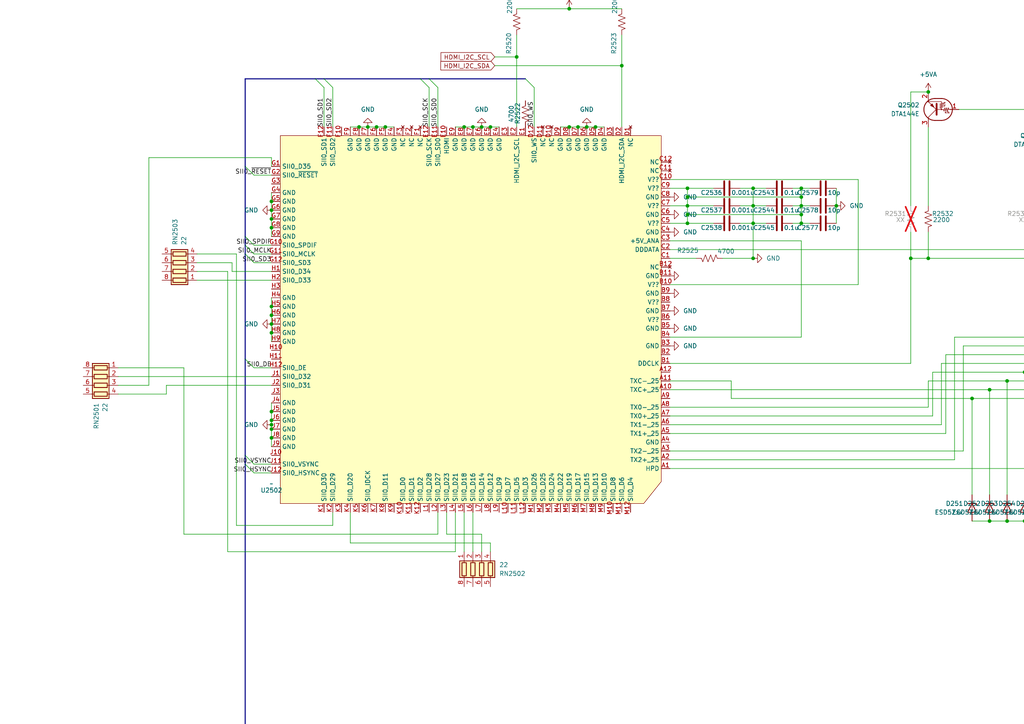
<source format=kicad_sch>
(kicad_sch (version 20231120) (generator "eeschema") (generator_version "8.0")
  (paper "A4")
  (junction (at 137.16 36.83))
  (junction (at 326.39 125.73))
  (junction (at 78.74 88.9))
  (junction (at 199.39 62.23))
  (junction (at 167.64 36.83))
  (junction (at 313.69 40.64))
  (junction (at 331.47 151.13))
  (junction (at 292.1 110.49))
  (junction (at 232.41 62.23))
  (junction (at 351.79 146.05))
  (junction (at 149.86 16.51))
  (junction (at 109.22 36.83))
  (junction (at 297.18 107.95))
  (junction (at 304.8 35.56))
  (junction (at 78.74 91.44))
  (junction (at 134.62 36.83))
  (junction (at 317.5 97.79))
  (junction (at 354.33 146.05))
  (junction (at 269.24 74.93))
  (junction (at 78.74 96.52))
  (junction (at 322.58 151.13))
  (junction (at 232.41 54.61))
  (junction (at 142.24 36.83))
  (junction (at 331.47 135.89))
  (junction (at 322.58 53.34))
  (junction (at 78.74 123.19))
  (junction (at 180.34 19.05))
  (junction (at 232.41 59.69))
  (junction (at 297.18 151.13))
  (junction (at 199.39 64.77))
  (junction (at 111.76 36.83))
  (junction (at 78.74 119.38))
  (junction (at 78.74 124.46))
  (junction (at 242.57 59.69))
  (junction (at 199.39 59.69))
  (junction (at 302.26 151.13))
  (junction (at 232.41 57.15))
  (junction (at 287.02 151.13))
  (junction (at 299.72 72.39))
  (junction (at 199.39 54.61))
  (junction (at 281.94 115.57))
  (junction (at 139.7 36.83))
  (junction (at 78.74 63.5))
  (junction (at 170.18 36.83))
  (junction (at 335.28 135.89))
  (junction (at 353.06 146.05))
  (junction (at 218.44 64.77))
  (junction (at 78.74 66.04))
  (junction (at 322.58 123.19))
  (junction (at 199.39 57.15))
  (junction (at 304.8 72.39))
  (junction (at 165.1 36.83))
  (junction (at 312.42 151.13))
  (junction (at 78.74 60.96))
  (junction (at 172.72 36.83))
  (junction (at 78.74 127))
  (junction (at 106.68 36.83))
  (junction (at 299.72 151.13))
  (junction (at 317.5 151.13))
  (junction (at 307.34 151.13))
  (junction (at 302.26 105.41))
  (junction (at 104.14 36.83))
  (junction (at 218.44 59.69))
  (junction (at 356.87 146.05))
  (junction (at 154.94 252.73))
  (junction (at 218.44 54.61))
  (junction (at 341.63 53.34))
  (junction (at 349.25 146.05))
  (junction (at 326.39 151.13))
  (junction (at 232.41 64.77))
  (junction (at 341.63 45.72))
  (junction (at 307.34 102.87))
  (junction (at 292.1 151.13))
  (junction (at 78.74 121.92))
  (junction (at 312.42 100.33))
  (junction (at 287.02 113.03))
  (junction (at 264.16 74.93))
  (junction (at 78.74 93.98))
  (junction (at 218.44 74.93))
  (junction (at 78.74 58.42))
  (junction (at 269.24 26.67))
  (junction (at 165.1 2.54))
  (junction (at 351.79 53.34))
  (no_connect (at 341.63 120.65))
  (no_connect (at 341.63 130.81))
  (bus_entry (at 168.91 240.03) (size -2.54 2.54))
  (bus_entry (at 71.12 104.14) (size 2.54 2.54))
  (bus_entry (at 168.91 275.59) (size -2.54 2.54))
  (bus_entry (at 168.91 236.22) (size -2.54 2.54))
  (bus_entry (at 168.91 287.02) (size -2.54 2.54))
  (bus_entry (at 71.12 68.58) (size 2.54 2.54))
  (bus_entry (at 168.91 228.6) (size -2.54 2.54))
  (bus_entry (at 91.44 22.86) (size 2.54 2.54))
  (bus_entry (at 168.91 257.81) (size -2.54 2.54))
  (bus_entry (at 168.91 232.41) (size -2.54 2.54))
  (bus_entry (at 121.92 22.86) (size 2.54 2.54))
  (bus_entry (at 168.91 279.4) (size -2.54 2.54))
  (bus_entry (at 168.91 265.43) (size -2.54 2.54))
  (bus_entry (at 152.4 22.86) (size 2.54 2.54))
  (bus_entry (at 71.12 132.08) (size 2.54 2.54))
  (bus_entry (at 168.91 269.24) (size -2.54 2.54))
  (bus_entry (at 71.12 48.26) (size 2.54 2.54))
  (bus_entry (at 71.12 134.62) (size 2.54 2.54))
  (bus_entry (at 124.46 22.86) (size 2.54 2.54))
  (bus_entry (at 168.91 250.19) (size -2.54 2.54))
  (bus_entry (at 168.91 261.62) (size -2.54 2.54))
  (bus_entry (at 168.91 283.21) (size -2.54 2.54))
  (bus_entry (at 93.98 22.86) (size 2.54 2.54))
  (bus_entry (at 71.12 71.12) (size 2.54 2.54))
  (bus_entry (at 71.12 73.66) (size 2.54 2.54))
  (wire (pts (xy 269.24 110.49) (xy 292.1 110.49)))
  (wire (pts (xy 302.26 151.13) (xy 299.72 151.13)))
  (wire (pts (xy 299.72 35.56) (xy 304.8 35.56)))
  (bus (pts (xy 168.91 283.21) (xy 168.91 287.02)))
  (wire (pts (xy 78.74 66.04) (xy 78.74 63.5)))
  (wire (pts (xy 339.09 135.89) (xy 335.28 135.89)))
  (wire (pts (xy 276.86 133.35) (xy 276.86 97.79)))
  (wire (pts (xy 335.28 135.89) (xy 331.47 135.89)))
  (wire (pts (xy 154.94 278.13) (xy 166.37 278.13)))
  (wire (pts (xy 132.08 160.02) (xy 66.04 160.02)))
  (wire (pts (xy 67.31 78.74) (xy 67.31 76.2)))
  (wire (pts (xy 278.13 31.75) (xy 313.69 31.75)))
  (wire (pts (xy 304.8 125.73) (xy 326.39 125.73)))
  (wire (pts (xy 353.06 146.05) (xy 354.33 146.05)))
  (wire (pts (xy 304.8 67.31) (xy 304.8 72.39)))
  (wire (pts (xy 101.6 157.48) (xy 142.24 157.48)))
  (wire (pts (xy 139.7 36.83) (xy 142.24 36.83)))
  (wire (pts (xy 154.94 248.92) (xy 154.94 252.73)))
  (bus (pts (xy 71.12 134.62) (xy 71.12 226.06)))
  (wire (pts (xy 73.66 73.66) (xy 78.74 73.66)))
  (wire (pts (xy 270.51 120.65) (xy 270.51 107.95)))
  (wire (pts (xy 194.31 125.73) (xy 274.32 125.73)))
  (wire (pts (xy 154.94 242.57) (xy 166.37 242.57)))
  (wire (pts (xy 299.72 123.19) (xy 322.58 123.19)))
  (wire (pts (xy 140.97 252.73) (xy 147.32 252.73)))
  (wire (pts (xy 339.09 133.35) (xy 339.09 135.89)))
  (wire (pts (xy 341.63 123.19) (xy 322.58 123.19)))
  (wire (pts (xy 313.69 40.64) (xy 313.69 48.26)))
  (wire (pts (xy 154.94 264.16) (xy 166.37 264.16)))
  (wire (pts (xy 273.05 105.41) (xy 302.26 105.41)))
  (wire (pts (xy 194.31 82.55) (xy 248.92 82.55)))
  (wire (pts (xy 104.14 36.83) (xy 106.68 36.83)))
  (wire (pts (xy 320.04 105.41) (xy 302.26 105.41)))
  (wire (pts (xy 140.97 285.75) (xy 147.32 285.75)))
  (wire (pts (xy 356.87 146.05) (xy 359.41 146.05)))
  (wire (pts (xy 140.97 278.13) (xy 147.32 278.13)))
  (wire (pts (xy 331.47 110.49) (xy 292.1 110.49)))
  (wire (pts (xy 124.46 36.83) (xy 124.46 25.4)))
  (wire (pts (xy 341.63 53.34) (xy 351.79 53.34)))
  (wire (pts (xy 154.94 252.73) (xy 166.37 252.73)))
  (wire (pts (xy 111.76 36.83) (xy 114.3 36.83)))
  (bus (pts (xy 168.91 265.43) (xy 168.91 269.24)))
  (wire (pts (xy 194.31 110.49) (xy 212.09 110.49)))
  (wire (pts (xy 232.41 59.69) (xy 232.41 62.23)))
  (bus (pts (xy 168.91 279.4) (xy 168.91 283.21)))
  (wire (pts (xy 48.26 114.3) (xy 34.29 114.3)))
  (bus (pts (xy 168.91 232.41) (xy 168.91 236.22)))
  (wire (pts (xy 199.39 54.61) (xy 207.01 54.61)))
  (bus (pts (xy 168.91 275.59) (xy 168.91 279.4)))
  (wire (pts (xy 302.26 105.41) (xy 302.26 143.51)))
  (wire (pts (xy 139.7 154.94) (xy 129.54 154.94)))
  (wire (pts (xy 53.34 106.68) (xy 34.29 106.68)))
  (wire (pts (xy 194.31 72.39) (xy 299.72 72.39)))
  (bus (pts (xy 121.92 22.86) (xy 124.46 22.86)))
  (wire (pts (xy 149.86 10.16) (xy 149.86 16.51)))
  (wire (pts (xy 142.24 157.48) (xy 142.24 160.02)))
  (wire (pts (xy 109.22 36.83) (xy 111.76 36.83)))
  (wire (pts (xy 218.44 54.61) (xy 222.25 54.61)))
  (wire (pts (xy 325.12 115.57) (xy 341.63 115.57)))
  (wire (pts (xy 199.39 54.61) (xy 199.39 57.15)))
  (wire (pts (xy 299.72 72.39) (xy 304.8 72.39)))
  (wire (pts (xy 269.24 118.11) (xy 269.24 110.49)))
  (wire (pts (xy 199.39 64.77) (xy 207.01 64.77)))
  (bus (pts (xy 93.98 22.86) (xy 121.92 22.86)))
  (wire (pts (xy 154.94 238.76) (xy 166.37 238.76)))
  (wire (pts (xy 78.74 63.5) (xy 78.74 60.96)))
  (wire (pts (xy 281.94 115.57) (xy 281.94 143.51)))
  (wire (pts (xy 140.97 271.78) (xy 147.32 271.78)))
  (bus (pts (xy 71.12 226.06) (xy 168.91 226.06)))
  (wire (pts (xy 312.42 151.13) (xy 317.5 151.13)))
  (wire (pts (xy 232.41 69.85) (xy 232.41 97.79)))
  (wire (pts (xy 331.47 100.33) (xy 312.42 100.33)))
  (wire (pts (xy 140.97 281.94) (xy 147.32 281.94)))
  (wire (pts (xy 127 36.83) (xy 127 25.4)))
  (wire (pts (xy 325.12 105.41) (xy 341.63 105.41)))
  (wire (pts (xy 78.74 68.58) (xy 78.74 66.04)))
  (wire (pts (xy 53.34 154.94) (xy 53.34 106.68)))
  (wire (pts (xy 299.72 59.69) (xy 299.72 35.56)))
  (wire (pts (xy 78.74 45.72) (xy 43.18 45.72)))
  (wire (pts (xy 194.31 74.93) (xy 201.93 74.93)))
  (wire (pts (xy 66.04 160.02) (xy 66.04 78.74)))
  (wire (pts (xy 78.74 123.19) (xy 78.74 121.92)))
  (wire (pts (xy 242.57 59.69) (xy 242.57 64.77)))
  (wire (pts (xy 232.41 57.15) (xy 199.39 57.15)))
  (wire (pts (xy 336.55 100.33) (xy 341.63 100.33)))
  (wire (pts (xy 78.74 127) (xy 78.74 124.46)))
  (wire (pts (xy 140.97 264.16) (xy 147.32 264.16)))
  (wire (pts (xy 322.58 151.13) (xy 326.39 151.13)))
  (wire (pts (xy 154.94 289.56) (xy 166.37 289.56)))
  (wire (pts (xy 212.09 110.49) (xy 212.09 115.57)))
  (wire (pts (xy 78.74 45.72) (xy 78.74 48.26)))
  (wire (pts (xy 140.97 267.97) (xy 147.32 267.97)))
  (wire (pts (xy 78.74 119.38) (xy 78.74 116.84)))
  (wire (pts (xy 194.31 113.03) (xy 287.02 113.03)))
  (wire (pts (xy 276.86 97.79) (xy 317.5 97.79)))
  (wire (pts (xy 78.74 121.92) (xy 78.74 119.38)))
  (wire (pts (xy 264.16 26.67) (xy 269.24 26.67)))
  (wire (pts (xy 140.97 289.56) (xy 147.32 289.56)))
  (wire (pts (xy 287.02 151.13) (xy 292.1 151.13)))
  (wire (pts (xy 43.18 45.72) (xy 43.18 111.76)))
  (wire (pts (xy 248.92 82.55) (xy 248.92 52.07)))
  (wire (pts (xy 154.94 285.75) (xy 166.37 285.75)))
  (wire (pts (xy 140.97 231.14) (xy 147.32 231.14)))
  (wire (pts (xy 154.94 271.78) (xy 166.37 271.78)))
  (wire (pts (xy 78.74 99.06) (xy 78.74 96.52)))
  (wire (pts (xy 43.18 111.76) (xy 34.29 111.76)))
  (wire (pts (xy 57.15 73.66) (xy 68.58 73.66)))
  (wire (pts (xy 307.34 151.13) (xy 312.42 151.13)))
  (wire (pts (xy 273.05 123.19) (xy 273.05 105.41)))
  (wire (pts (xy 127 148.59) (xy 127 154.94)))
  (wire (pts (xy 180.34 10.16) (xy 180.34 19.05)))
  (wire (pts (xy 78.74 58.42) (xy 78.74 55.88)))
  (wire (pts (xy 312.42 100.33) (xy 312.42 143.51)))
  (wire (pts (xy 194.31 69.85) (xy 232.41 69.85)))
  (wire (pts (xy 154.94 234.95) (xy 166.37 234.95)))
  (wire (pts (xy 248.92 52.07) (xy 194.31 52.07)))
  (wire (pts (xy 73.66 134.62) (xy 78.74 134.62)))
  (wire (pts (xy 154.94 260.35) (xy 166.37 260.35)))
  (wire (pts (xy 269.24 67.31) (xy 269.24 74.93)))
  (wire (pts (xy 299.72 74.93) (xy 299.72 123.19)))
  (wire (pts (xy 264.16 59.69) (xy 264.16 26.67)))
  (wire (pts (xy 194.31 118.11) (xy 269.24 118.11)))
  (wire (pts (xy 154.94 267.97) (xy 166.37 267.97)))
  (bus (pts (xy 71.12 48.26) (xy 71.12 68.58)))
  (wire (pts (xy 218.44 64.77) (xy 214.63 64.77)))
  (wire (pts (xy 134.62 148.59) (xy 134.62 160.02)))
  (wire (pts (xy 93.98 36.83) (xy 93.98 25.4)))
  (wire (pts (xy 162.56 36.83) (xy 165.1 36.83)))
  (bus (pts (xy 71.12 22.86) (xy 71.12 48.26)))
  (wire (pts (xy 269.24 36.83) (xy 269.24 59.69)))
  (wire (pts (xy 232.41 59.69) (xy 232.41 57.15)))
  (wire (pts (xy 218.44 59.69) (xy 222.25 59.69)))
  (wire (pts (xy 264.16 67.31) (xy 264.16 74.93)))
  (bus (pts (xy 168.91 228.6) (xy 168.91 232.41)))
  (wire (pts (xy 229.87 64.77) (xy 232.41 64.77)))
  (wire (pts (xy 232.41 54.61) (xy 232.41 57.15)))
  (wire (pts (xy 149.86 2.54) (xy 165.1 2.54)))
  (wire (pts (xy 194.31 130.81) (xy 279.4 130.81)))
  (wire (pts (xy 172.72 36.83) (xy 175.26 36.83)))
  (wire (pts (xy 317.5 97.79) (xy 331.47 97.79)))
  (wire (pts (xy 270.51 107.95) (xy 297.18 107.95)))
  (wire (pts (xy 199.39 62.23) (xy 199.39 64.77)))
  (wire (pts (xy 232.41 54.61) (xy 234.95 54.61)))
  (bus (pts (xy 168.91 226.06) (xy 168.91 228.6)))
  (bus (pts (xy 91.44 22.86) (xy 93.98 22.86)))
  (wire (pts (xy 154.94 36.83) (xy 154.94 25.4)))
  (wire (pts (xy 167.64 36.83) (xy 170.18 36.83)))
  (wire (pts (xy 281.94 151.13) (xy 287.02 151.13)))
  (wire (pts (xy 96.52 152.4) (xy 96.52 148.59)))
  (wire (pts (xy 194.31 54.61) (xy 199.39 54.61)))
  (wire (pts (xy 313.69 31.75) (xy 313.69 40.64)))
  (bus (pts (xy 168.91 250.19) (xy 168.91 257.81)))
  (bus (pts (xy 71.12 71.12) (xy 71.12 73.66)))
  (wire (pts (xy 132.08 36.83) (xy 134.62 36.83)))
  (wire (pts (xy 218.44 54.61) (xy 218.44 59.69)))
  (wire (pts (xy 78.74 91.44) (xy 78.74 88.9)))
  (wire (pts (xy 66.04 78.74) (xy 57.15 78.74)))
  (wire (pts (xy 341.63 135.89) (xy 341.63 147.32)))
  (wire (pts (xy 331.47 151.13) (xy 335.28 151.13)))
  (wire (pts (xy 165.1 2.54) (xy 180.34 2.54)))
  (wire (pts (xy 336.55 97.79) (xy 341.63 97.79)))
  (wire (pts (xy 132.08 148.59) (xy 132.08 160.02)))
  (wire (pts (xy 96.52 36.83) (xy 96.52 25.4)))
  (wire (pts (xy 154.94 231.14) (xy 166.37 231.14)))
  (wire (pts (xy 335.28 135.89) (xy 335.28 143.51)))
  (wire (pts (xy 140.97 242.57) (xy 147.32 242.57)))
  (wire (pts (xy 194.31 105.41) (xy 264.16 105.41)))
  (wire (pts (xy 73.66 71.12) (xy 78.74 71.12)))
  (wire (pts (xy 322.58 53.34) (xy 326.39 53.34)))
  (wire (pts (xy 78.74 96.52) (xy 78.74 93.98)))
  (wire (pts (xy 194.31 133.35) (xy 276.86 133.35)))
  (wire (pts (xy 325.12 102.87) (xy 341.63 102.87)))
  (wire (pts (xy 274.32 102.87) (xy 307.34 102.87)))
  (wire (pts (xy 218.44 74.93) (xy 209.55 74.93)))
  (wire (pts (xy 317.5 151.13) (xy 322.58 151.13)))
  (wire (pts (xy 341.63 133.35) (xy 339.09 133.35)))
  (wire (pts (xy 140.97 238.76) (xy 147.32 238.76)))
  (wire (pts (xy 48.26 111.76) (xy 48.26 114.3)))
  (wire (pts (xy 302.26 151.13) (xy 307.34 151.13)))
  (wire (pts (xy 334.01 53.34) (xy 341.63 53.34)))
  (wire (pts (xy 73.66 50.8) (xy 78.74 50.8)))
  (wire (pts (xy 232.41 59.69) (xy 234.95 59.69)))
  (wire (pts (xy 322.58 123.19) (xy 322.58 143.51)))
  (wire (pts (xy 218.44 59.69) (xy 214.63 59.69)))
  (wire (pts (xy 351.79 146.05) (xy 353.06 146.05)))
  (wire (pts (xy 78.74 129.54) (xy 78.74 127)))
  (wire (pts (xy 68.58 152.4) (xy 96.52 152.4)))
  (wire (pts (xy 106.68 36.83) (xy 109.22 36.83)))
  (wire (pts (xy 199.39 59.69) (xy 207.01 59.69)))
  (wire (pts (xy 78.74 93.98) (xy 78.74 91.44)))
  (wire (pts (xy 304.8 72.39) (xy 304.8 125.73)))
  (wire (pts (xy 320.04 115.57) (xy 281.94 115.57)))
  (wire (pts (xy 142.24 36.83) (xy 144.78 36.83)))
  (wire (pts (xy 101.6 148.59) (xy 101.6 157.48)))
  (bus (pts (xy 168.91 240.03) (xy 168.91 250.19)))
  (wire (pts (xy 229.87 59.69) (xy 232.41 59.69)))
  (wire (pts (xy 165.1 36.83) (xy 167.64 36.83)))
  (bus (pts (xy 71.12 22.86) (xy 91.44 22.86)))
  (wire (pts (xy 304.8 45.72) (xy 304.8 59.69)))
  (wire (pts (xy 317.5 143.51) (xy 317.5 97.79)))
  (wire (pts (xy 78.74 78.74) (xy 67.31 78.74)))
  (wire (pts (xy 322.58 45.72) (xy 341.63 45.72)))
  (wire (pts (xy 264.16 74.93) (xy 269.24 74.93)))
  (wire (pts (xy 320.04 102.87) (xy 307.34 102.87)))
  (wire (pts (xy 218.44 64.77) (xy 218.44 74.93)))
  (wire (pts (xy 287.02 113.03) (xy 287.02 143.51)))
  (wire (pts (xy 336.55 107.95) (xy 341.63 107.95)))
  (wire (pts (xy 232.41 64.77) (xy 234.95 64.77)))
  (wire (pts (xy 264.16 105.41) (xy 264.16 74.93)))
  (wire (pts (xy 78.74 111.76) (xy 48.26 111.76)))
  (wire (pts (xy 307.34 102.87) (xy 307.34 143.51)))
  (wire (pts (xy 349.25 146.05) (xy 351.79 146.05)))
  (wire (pts (xy 325.12 113.03) (xy 341.63 113.03)))
  (wire (pts (xy 73.66 137.16) (xy 78.74 137.16)))
  (bus (pts (xy 168.91 261.62) (xy 168.91 265.43)))
  (wire (pts (xy 218.44 59.69) (xy 218.44 64.77)))
  (wire (pts (xy 326.39 125.73) (xy 341.63 125.73)))
  (wire (pts (xy 354.33 146.05) (xy 356.87 146.05)))
  (wire (pts (xy 279.4 130.81) (xy 279.4 100.33)))
  (wire (pts (xy 134.62 36.83) (xy 137.16 36.83)))
  (wire (pts (xy 57.15 81.28) (xy 78.74 81.28)))
  (wire (pts (xy 336.55 110.49) (xy 341.63 110.49)))
  (wire (pts (xy 34.29 109.22) (xy 78.74 109.22)))
  (wire (pts (xy 139.7 160.02) (xy 139.7 154.94)))
  (wire (pts (xy 137.16 148.59) (xy 137.16 160.02)))
  (wire (pts (xy 292.1 151.13) (xy 297.18 151.13)))
  (wire (pts (xy 154.94 281.94) (xy 166.37 281.94)))
  (wire (pts (xy 351.79 53.34) (xy 351.79 90.17)))
  (wire (pts (xy 194.31 120.65) (xy 270.51 120.65)))
  (wire (pts (xy 194.31 64.77) (xy 199.39 64.77)))
  (wire (pts (xy 170.18 36.83) (xy 172.72 36.83)))
  (wire (pts (xy 299.72 151.13) (xy 297.18 151.13)))
  (wire (pts (xy 78.74 88.9) (xy 78.74 86.36)))
  (bus (pts (xy 124.46 22.86) (xy 152.4 22.86)))
  (wire (pts (xy 320.04 113.03) (xy 287.02 113.03)))
  (bus (pts (xy 71.12 132.08) (xy 71.12 134.62)))
  (wire (pts (xy 326.39 143.51) (xy 326.39 125.73)))
  (wire (pts (xy 199.39 59.69) (xy 199.39 62.23)))
  (wire (pts (xy 218.44 54.61) (xy 214.63 54.61)))
  (wire (pts (xy 297.18 107.95) (xy 297.18 143.51)))
  (wire (pts (xy 229.87 54.61) (xy 232.41 54.61)))
  (wire (pts (xy 67.31 76.2) (xy 57.15 76.2)))
  (wire (pts (xy 292.1 110.49) (xy 292.1 143.51)))
  (wire (pts (xy 194.31 123.19) (xy 273.05 123.19)))
  (wire (pts (xy 199.39 57.15) (xy 199.39 59.69)))
  (wire (pts (xy 274.32 125.73) (xy 274.32 102.87)))
  (wire (pts (xy 149.86 36.83) (xy 149.86 16.51)))
  (bus (pts (xy 168.91 236.22) (xy 168.91 240.03)))
  (wire (pts (xy 269.24 74.93) (xy 299.72 74.93)))
  (wire (pts (xy 331.47 143.51) (xy 331.47 135.89)))
  (wire (pts (xy 78.74 60.96) (xy 78.74 58.42)))
  (wire (pts (xy 194.31 135.89) (xy 331.47 135.89)))
  (wire (pts (xy 68.58 73.66) (xy 68.58 152.4)))
  (wire (pts (xy 101.6 36.83) (xy 104.14 36.83)))
  (wire (pts (xy 232.41 62.23) (xy 199.39 62.23)))
  (bus (pts (xy 168.91 257.81) (xy 168.91 261.62)))
  (bus (pts (xy 71.12 73.66) (xy 71.12 104.14)))
  (wire (pts (xy 180.34 19.05) (xy 180.34 36.83)))
  (wire (pts (xy 331.47 107.95) (xy 297.18 107.95)))
  (wire (pts (xy 194.31 59.69) (xy 199.39 59.69)))
  (wire (pts (xy 149.86 16.51) (xy 143.51 16.51)))
  (wire (pts (xy 232.41 64.77) (xy 232.41 62.23)))
  (bus (pts (xy 168.91 269.24) (xy 168.91 275.59)))
  (bus (pts (xy 71.12 68.58) (xy 71.12 71.12)))
  (wire (pts (xy 242.57 54.61) (xy 242.57 59.69)))
  (wire (pts (xy 143.51 19.05) (xy 180.34 19.05)))
  (wire (pts (xy 346.71 146.05) (xy 349.25 146.05)))
  (wire (pts (xy 341.63 45.72) (xy 351.79 45.72)))
  (wire (pts (xy 137.16 36.83) (xy 139.7 36.83)))
  (wire (pts (xy 127 154.94) (xy 53.34 154.94)))
  (wire (pts (xy 140.97 234.95) (xy 147.32 234.95)))
  (wire (pts (xy 326.39 151.13) (xy 331.47 151.13)))
  (wire (pts (xy 73.66 76.2) (xy 78.74 76.2)))
  (wire (pts (xy 218.44 64.77) (xy 222.25 64.77)))
  (wire (pts (xy 232.41 97.79) (xy 194.31 97.79)))
  (wire (pts (xy 279.4 100.33) (xy 312.42 100.33)))
  (wire (pts (xy 140.97 260.35) (xy 147.32 260.35)))
  (wire (pts (xy 78.74 124.46) (xy 78.74 123.19)))
  (wire (pts (xy 129.54 154.94) (xy 129.54 148.59)))
  (wire (pts (xy 140.97 248.92) (xy 147.32 248.92)))
  (wire (pts (xy 73.66 106.68) (xy 78.74 106.68)))
  (wire (pts (xy 212.09 115.57) (xy 281.94 115.57)))
  (wire (pts (xy 299.72 67.31) (xy 299.72 72.39)))
  (bus (pts (xy 71.12 104.14) (xy 71.12 132.08)))
  (label "SII0_SD2" (at 96.52 36.83 90))
  (label "SII0_SPDIF" (at 78.74 71.12 180))
  (label "SII0_HSYNC" (at 154.94 238.76 0))
  (label "SII0_MCLK" (at 154.94 285.75 0))
  (label "SII0_VSYNC" (at 78.74 134.62 180))
  (label "SII0_WS" (at 154.94 289.56 0))
  (label "SII0_HSYNC" (at 78.74 137.16 180))
  (label "SII0_SD0" (at 127 36.83 90))
  (label "SII0_SD0" (at 154.94 278.13 0))
  (label "SII0_~{RESET}" (at 154.94 252.73 0))
  (label "SII0_WS" (at 154.94 36.83 90))
  (label "SII0_DE" (at 154.94 234.95 0))
  (label "SII0_IDCK" (at 154.94 231.14 0))
  (label "SII0_SCK" (at 124.46 36.83 90))
  (label "SII0_SD3" (at 154.94 264.16 0))
  (label "SII0_VSYNC" (at 154.94 242.57 0))
  (label "SII0_SD3" (at 78.74 76.2 180))
  (label "SII0_SCK" (at 154.94 281.94 0))
  (label "SII0_SD1" (at 154.94 271.78 0))
  (label "SII0_MCLK" (at 78.74 73.66 180))
  (label "SII0_SD2" (at 154.94 267.97 0))
  (label "SII0_DE" (at 78.74 106.68 180))
  (label "SII0_~{RESET}" (at 78.74 50.8 180))
  (label "SII0_SD1" (at 93.98 36.83 90))
  (label "SII0_SPDIF" (at 154.94 260.35 0))
  (global_label "~{HDMI0_RST}" (shape input) (at 140.97 252.73 180) (property "Intersheetrefs" "${INTERSHEET_REFS}" (effects (hide yes))))
  (global_label "RS_SDOUT1" (shape input) (at 140.97 271.78 180) (property "Intersheetrefs" "${INTERSHEET_REFS}" (effects (hide yes))))
  (global_label "RSX_HSYNCO0" (shape input) (at 140.97 238.76 180) (property "Intersheetrefs" "${INTERSHEET_REFS}" (effects (hide yes))))
  (global_label "RSX_VSYNCO0" (shape input) (at 140.97 242.57 180) (property "Intersheetrefs" "${INTERSHEET_REFS}" (effects (hide yes))))
  (global_label "RS_SDOUT3" (shape input) (at 140.97 264.16 180) (property "Intersheetrefs" "${INTERSHEET_REFS}" (effects (hide yes))))
  (global_label "~{RSX_VORST0}" (shape input) (at 140.97 248.92 180) (property "Intersheetrefs" "${INTERSHEET_REFS}" (effects (hide yes))))
  (global_label "RSX_VO_DE0" (shape input) (at 140.97 234.95 180) (property "Intersheetrefs" "${INTERSHEET_REFS}" (effects (hide yes))))
  (global_label "RS_BCLKO" (shape input) (at 140.97 281.94 180) (property "Intersheetrefs" "${INTERSHEET_REFS}" (effects (hide yes))))
  (global_label "HDMI_I2C_SDA" (shape input) (at 143.51 19.05 180) (property "Intersheetrefs" "${INTERSHEET_REFS}" (effects (hide yes))))
  (global_label "RS_SDOUT0" (shape input) (at 140.97 278.13 180) (property "Intersheetrefs" "${INTERSHEET_REFS}" (effects (hide yes))))
  (global_label "HDMI_MCLKO0" (shape input) (at 140.97 285.75 180) (property "Intersheetrefs" "${INTERSHEET_REFS}" (effects (hide yes))))
  (global_label "RS_SPDO1" (shape input) (at 140.97 260.35 180) (property "Intersheetrefs" "${INTERSHEET_REFS}" (effects (hide yes))))
  (global_label "HDMI_I2C_SCL" (shape input) (at 143.51 16.51 180) (property "Intersheetrefs" "${INTERSHEET_REFS}" (effects (hide yes))))
  (global_label "RS_LACKO" (shape input) (at 140.97 289.56 180) (property "Intersheetrefs" "${INTERSHEET_REFS}" (effects (hide yes))))
  (global_label "RSX_SUBPCLK0" (shape input) (at 140.97 231.14 180) (property "Intersheetrefs" "${INTERSHEET_REFS}" (effects (hide yes))))
  (global_label "RS_SDOUT2" (shape input) (at 140.97 267.97 180) (property "Intersheetrefs" "${INTERSHEET_REFS}" (effects (hide yes))))
  (symbol (lib_id "Device:R_US") (at 341.63 151.13 0) (mirror x) (unit 1)
    (property "Reference" "R2545" (at 349.25 151.892 0) (effects (justify right)))
    (property "Value" "51" (at 345.694 153.924 0) (effects (justify right)))
    (property "Footprint" "Resistor_SMD:R_0402_1005Metric" (effects (hide yes)))
    (property "Description" "Resistor, US symbol" (effects (hide yes)))
  )
  (symbol (lib_id "Device:D_Schottky") (at 322.58 49.53 90) (unit 1)
    (property "Reference" "D2513" (at 320.04 48.5774 90) (effects (justify left)))
    (property "Value" "VDZT2A5.6B" (at 320.04 51.1174 90) (effects (justify left)))
    (property "Footprint" "Diode_SMD:D_SOD-923" (effects (hide yes)))
    (property "Description" "Schottky diode" (effects (hide yes)))
  )
  (symbol (lib_id "Diode:ESD5Zxx") (at 287.02 147.32 270) (unit 1)
    (property "Reference" "D252" (at 284.48 146.0499 90) (effects (justify right)))
    (property "Value" "ESD5Zxx" (at 284.48 148.5899 90) (effects (justify right)))
    (property "Footprint" "Diode_SMD:D_SOD-923" (effects (hide yes)))
    (property "Datasheet" "https://www.onsemi.com/pdf/datasheet/esd5z2.5t1-d.pdf" (effects (hide yes)))
    (property "Description" "ESD Protection Diode, SOD-523" (effects (hide yes)))
  )
  (symbol (lib_id "power:GND") (at 194.31 67.31 90) (unit 1)
    (property "Reference" "#PWR042" (effects (hide yes)))
    (property "Value" "GND" (at 198.12 67.3101 90) (effects (justify right)))
    (property "Description" "Power symbol creates a global label with name \"GND\" , ground" (effects (hide yes)))
  )
  (symbol (lib_id "power:GND") (at 78.74 123.19 270) (unit 1)
    (property "Reference" "#PWR06" (effects (hide yes)))
    (property "Value" "GND" (at 74.93 123.1901 90) (effects (justify right)))
    (property "Description" "Power symbol creates a global label with name \"GND\" , ground" (effects (hide yes)))
  )
  (symbol (lib_id "Transistor_BJT:DTA144E") (at 307.34 40.64 180) (unit 1)
    (property "Reference" "Q2504" (at 302.26 39.3699 0) (effects (justify left)))
    (property "Value" "DTA144E" (at 302.26 41.9099 0) (effects (justify left)))
    (property "Footprint" "Package_TO_SOT_SMD:SOT-323_SC-70" (effects (hide yes)))
    (property "Description" "Digital PNP Transistor, 47k/47k, SOT-23" (effects (hide yes)))
  )
  (symbol (lib_id "PS3:HDMI_A") (at 351.79 118.11 0) (unit 1)
    (property "Reference" "J2501" (at 363.22 116.8399 0) (effects (justify left)))
    (property "Value" "HDMI_A" (at 363.22 119.3799 0) (effects (justify left)))
    (property "Footprint" "PS3:HDMI" (effects (hide yes)))
    (property "Datasheet" "https://en.wikipedia.org/wiki/HDMI" (effects (hide yes)))
    (property "Description" "HDMI type A connector" (effects (hide yes)))
  )
  (symbol (lib_id "Device:R_Pack04") (at 52.07 76.2 90) (unit 1)
    (property "Reference" "RN2503" (at 50.7999 71.12 0) (effects (justify left)))
    (property "Value" "22" (at 53.3399 71.12 0) (effects (justify left)))
    (property "Footprint" "Resistor_SMD:R_Array_Convex_4x0402" (effects (hide yes)))
    (property "Description" "4 resistor network, parallel topology" (effects (hide yes)))
  )
  (symbol (lib_id "power:GND") (at 170.18 36.83 180) (unit 1)
    (property "Reference" "#PWR09" (effects (hide yes)))
    (property "Value" "GND" (at 170.18 31.75 0))
    (property "Description" "Power symbol creates a global label with name \"GND\" , ground" (effects (hide yes)))
  )
  (symbol (lib_id "Device:C") (at 210.82 59.69 90) (unit 1)
    (property "Reference" "C2537" (at 203.2 60.96 90) (effects (justify right)))
    (property "Value" "0.001u" (at 212.09 60.96 90) (effects (justify right)))
    (property "Footprint" "Capacitor_SMD:C_0402_1005Metric" (effects (hide yes)))
    (property "Description" "Unpolarized capacitor" (effects (hide yes)))
  )
  (symbol (lib_id "Device:R_US") (at 151.13 281.94 90) (mirror x) (unit 1)
    (property "Reference" "R2515" (at 141.732 279.654 90) (effects (justify right)))
    (property "Value" "0" (at 153.416 279.908 90) (effects (justify right)))
    (property "Footprint" "Resistor_SMD:R_0402_1005Metric" (effects (hide yes)))
    (property "Description" "Resistor, US symbol" (effects (hide yes)))
  )
  (symbol (lib_id "power:GND") (at 299.72 151.13 0) (unit 1)
    (property "Reference" "#PWR0150" (effects (hide yes)))
    (property "Value" "GND" (at 299.72 156.21 0))
    (property "Description" "Power symbol creates a global label with name \"GND\" , ground" (effects (hide yes)))
  )
  (symbol (lib_id "Transistor_BJT:DTC144E") (at 316.23 53.34 0) (mirror y) (unit 1)
    (property "Reference" "Q2507" (at 311.15 52.0699 0) (effects (justify left)))
    (property "Value" "DTC144E" (at 311.15 54.6099 0) (effects (justify left)))
    (property "Footprint" "Package_TO_SOT_SMD:SOT-323_SC-70" (effects (hide yes)))
    (property "Description" "Digital NPN Transistor, 47k/47k, SOT-23" (effects (hide yes)))
  )
  (symbol (lib_id "Device:C") (at 238.76 54.61 90) (unit 1)
    (property "Reference" "C2579" (at 231.14 55.88 90) (effects (justify right)))
    (property "Value" "10p" (at 240.03 55.88 90) (effects (justify right)))
    (property "Footprint" "Capacitor_SMD:C_0402_1005Metric" (effects (hide yes)))
    (property "Description" "Unpolarized capacitor" (effects (hide yes)))
  )
  (symbol (lib_id "Device:R_US") (at 149.86 6.35 0) (mirror x) (unit 1)
    (property "Reference" "R2520" (at 147.574 15.748 90) (effects (justify right)))
    (property "Value" "2200" (at 147.828 4.064 90) (effects (justify right)))
    (property "Footprint" "Resistor_SMD:R_0402_1005Metric" (effects (hide yes)))
    (property "Description" "Resistor, US symbol" (effects (hide yes)))
  )
  (symbol (lib_id "power:GND") (at 78.74 93.98 270) (unit 1)
    (property "Reference" "#PWR05" (effects (hide yes)))
    (property "Value" "GND" (at 74.93 93.9801 90) (effects (justify right)))
    (property "Description" "Power symbol creates a global label with name \"GND\" , ground" (effects (hide yes)))
  )
  (symbol (lib_id "Device:R_US") (at 151.13 231.14 90) (mirror x) (unit 1)
    (property "Reference" "R2503" (at 141.732 228.854 90) (effects (justify right)))
    (property "Value" "22" (at 153.416 229.108 90) (effects (justify right)))
    (property "Footprint" "Resistor_SMD:R_0402_1005Metric" (effects (hide yes)))
    (property "Description" "Resistor, US symbol" (effects (hide yes)))
  )
  (symbol (lib_id "Diode:ESD5Zxx") (at 307.34 147.32 90) (mirror x) (unit 1)
    (property "Reference" "D256" (at 304.8 146.0499 90) (effects (justify left)))
    (property "Value" "ESD5Zxx" (at 304.8 148.5899 90) (effects (justify left)))
    (property "Footprint" "Diode_SMD:D_SOD-923" (effects (hide yes)))
    (property "Datasheet" "https://www.onsemi.com/pdf/datasheet/esd5z2.5t1-d.pdf" (effects (hide yes)))
    (property "Description" "ESD Protection Diode, SOD-523" (effects (hide yes)))
  )
  (symbol (lib_id "power:GND") (at 353.06 146.05 0) (unit 1)
    (property "Reference" "#PWR0151" (effects (hide yes)))
    (property "Value" "GND" (at 353.06 151.13 0))
    (property "Description" "Power symbol creates a global label with name \"GND\" , ground" (effects (hide yes)))
  )
  (symbol (lib_id "power:GND") (at 106.68 36.83 180) (unit 1)
    (property "Reference" "#PWR07" (effects (hide yes)))
    (property "Value" "GND" (at 106.68 31.75 0))
    (property "Description" "Power symbol creates a global label with name \"GND\" , ground" (effects (hide yes)))
  )
  (symbol (lib_id "power:GND") (at 194.31 100.33 90) (unit 1)
    (property "Reference" "#PWR077" (effects (hide yes)))
    (property "Value" "GND" (at 198.12 100.3301 90) (effects (justify right)))
    (property "Description" "Power symbol creates a global label with name \"GND\" , ground" (effects (hide yes)))
  )
  (symbol (lib_id "Device:R_Pack04") (at 139.7 165.1 0) (mirror x) (unit 1)
    (property "Reference" "RN2502" (at 144.78 166.3701 0) (effects (justify left)))
    (property "Value" "22" (at 144.78 163.8301 0) (effects (justify left)))
    (property "Footprint" "Resistor_SMD:R_Array_Convex_4x0402" (effects (hide yes)))
    (property "Description" "4 resistor network, parallel topology" (effects (hide yes)))
  )
  (symbol (lib_id "Device:D_Schottky") (at 331.47 147.32 270) (unit 1)
    (property "Reference" "D2514" (at 334.01 148.2726 90) (effects (justify left)))
    (property "Value" "VDZT2A5.6B" (at 334.01 145.7326 90) (effects (justify left)))
    (property "Footprint" "Diode_SMD:D_SOD-923" (effects (hide yes)))
    (property "Description" "Schottky diode" (effects (hide yes)))
  )
  (symbol (lib_id "Diode:ESD5Zxx") (at 292.1 147.32 270) (unit 1)
    (property "Reference" "D253" (at 289.56 146.0499 90) (effects (justify right)))
    (property "Value" "ESD5Zxx" (at 289.56 148.5899 90) (effects (justify right)))
    (property "Footprint" "Diode_SMD:D_SOD-923" (effects (hide yes)))
    (property "Datasheet" "https://www.onsemi.com/pdf/datasheet/esd5z2.5t1-d.pdf" (effects (hide yes)))
    (property "Description" "ESD Protection Diode, SOD-523" (effects (hide yes)))
  )
  (symbol (lib_id "power:+5VA") (at 304.8 35.56 0) (unit 1)
    (property "Reference" "#PWR0170" (effects (hide yes)))
    (property "Value" "+5VA" (at 304.8 30.48 0))
    (property "Description" "Power symbol creates a global label with name \"+5VA\"" (effects (hide yes)))
  )
  (symbol (lib_id "power:GND") (at 218.44 74.93 90) (unit 1)
    (property "Reference" "#PWR078" (effects (hide yes)))
    (property "Value" "GND" (at 222.25 74.9301 90) (effects (justify right)))
    (property "Description" "Power symbol creates a global label with name \"GND\" , ground" (effects (hide yes)))
  )
  (symbol (lib_id "Device:L_Iron_Coupled_Small_1243") (at 334.01 99.06 0) (mirror x) (unit 1)
    (property "Reference" "L2501" (at 334.01 102.235 0))
    (property "Value" "L_Iron_Coupled_Small_1243" (at 334.01 95.885 0))
    (property "Footprint" "Inductor_SMD:L_CommonModeChoke_Coilcraft_0805USB" (effects (hide yes)))
    (property "Description" "Coupled inductor with iron core, small symbol" (effects (hide yes)))
  )
  (symbol (lib_id "power:GND") (at 242.57 59.69 90) (unit 1)
    (property "Reference" "#PWR0164" (effects (hide yes)))
    (property "Value" "GND" (at 246.38 59.6901 90) (effects (justify right)))
    (property "Description" "Power symbol creates a global label with name \"GND\" , ground" (effects (hide yes)))
  )
  (symbol (lib_id "Device:R_US") (at 299.72 63.5 180) (unit 1) (in_bom no) (dnp yes)
    (property "Reference" "R2536" (at 292.1 61.976 0) (effects (justify right)))
    (property "Value" "XX" (at 295.402 63.754 0) (effects (justify right)))
    (property "Footprint" "Resistor_SMD:R_0402_1005Metric" (effects (hide yes)))
    (property "Description" "Resistor, US symbol" (effects (hide yes)))
  )
  (symbol (lib_id "power:GND") (at 341.63 45.72 180) (unit 1)
    (property "Reference" "#PWR0166" (effects (hide yes)))
    (property "Value" "GND" (at 341.63 40.64 0))
    (property "Description" "Power symbol creates a global label with name \"GND\" , ground" (effects (hide yes)))
  )
  (symbol (lib_id "Device:R_US") (at 151.13 264.16 90) (mirror x) (unit 1)
    (property "Reference" "R2511" (at 141.732 261.874 90) (effects (justify right)))
    (property "Value" "0" (at 153.416 262.128 90) (effects (justify right)))
    (property "Footprint" "Resistor_SMD:R_0402_1005Metric" (effects (hide yes)))
    (property "Description" "Resistor, US symbol" (effects (hide yes)))
  )
  (symbol (lib_id "Device:R_US") (at 151.13 238.76 90) (mirror x) (unit 1)
    (property "Reference" "R2506" (at 141.732 236.474 90) (effects (justify right)))
    (property "Value" "22" (at 153.416 236.728 90) (effects (justify right)))
    (property "Footprint" "Resistor_SMD:R_0402_1005Metric" (effects (hide yes)))
    (property "Description" "Resistor, US symbol" (effects (hide yes)))
  )
  (symbol (lib_id "Device:R_US") (at 151.13 242.57 90) (mirror x) (unit 1)
    (property "Reference" "R2507" (at 141.732 240.284 90) (effects (justify right)))
    (property "Value" "22" (at 153.416 240.538 90) (effects (justify right)))
    (property "Footprint" "Resistor_SMD:R_0402_1005Metric" (effects (hide yes)))
    (property "Description" "Resistor, US symbol" (effects (hide yes)))
  )
  (symbol (lib_id "power:GND") (at 194.31 90.17 90) (unit 1)
    (property "Reference" "#PWR075" (effects (hide yes)))
    (property "Value" "GND" (at 198.12 90.1701 90) (effects (justify right)))
    (property "Description" "Power symbol creates a global label with name \"GND\" , ground" (effects (hide yes)))
  )
  (symbol (lib_id "Device:R_US") (at 151.13 267.97 90) (mirror x) (unit 1)
    (property "Reference" "R2512" (at 141.732 265.684 90) (effects (justify right)))
    (property "Value" "0" (at 153.416 265.938 90) (effects (justify right)))
    (property "Footprint" "Resistor_SMD:R_0402_1005Metric" (effects (hide yes)))
    (property "Description" "Resistor, US symbol" (effects (hide yes)))
  )
  (symbol (lib_id "Diode:ESD5Zxx") (at 312.42 147.32 90) (mirror x) (unit 1)
    (property "Reference" "D257" (at 309.88 146.0499 90) (effects (justify left)))
    (property "Value" "ESD5Zxx" (at 309.88 148.5899 90) (effects (justify left)))
    (property "Footprint" "Diode_SMD:D_SOD-923" (effects (hide yes)))
    (property "Datasheet" "https://www.onsemi.com/pdf/datasheet/esd5z2.5t1-d.pdf" (effects (hide yes)))
    (property "Description" "ESD Protection Diode, SOD-523" (effects (hide yes)))
  )
  (symbol (lib_id "Device:R_US") (at 151.13 248.92 90) (mirror x) (unit 1) (in_bom no) (dnp yes)
    (property "Reference" "R2501" (at 141.732 246.634 90) (effects (justify right)))
    (property "Value" "XX" (at 153.416 246.888 90) (effects (justify right)))
    (property "Footprint" "Resistor_SMD:R_0402_1005Metric" (effects (hide yes)))
    (property "Description" "Resistor, US symbol" (effects (hide yes)))
  )
  (symbol (lib_id "Device:C") (at 238.76 64.77 90) (unit 1)
    (property "Reference" "C2577" (at 231.14 66.04 90) (effects (justify right)))
    (property "Value" "10p" (at 240.03 66.04 90) (effects (justify right)))
    (property "Footprint" "Capacitor_SMD:C_0402_1005Metric" (effects (hide yes)))
    (property "Description" "Unpolarized capacitor" (effects (hide yes)))
  )
  (symbol (lib_id "Device:Fuse") (at 330.2 53.34 90) (unit 1)
    (property "Reference" "F2501" (at 330.2 46.99 90))
    (property "Value" "Fuse" (at 330.2 49.53 90))
    (property "Footprint" "Fuse:Fuse_1206_3216Metric" (effects (hide yes)))
    (property "Description" "Fuse" (effects (hide yes)))
  )
  (symbol (lib_id "PS3:Sil9132") (at 139.7 91.44 180) (unit 1)
    (property "Reference" "U2502" (at 78.74 142.2086 0))
    (property "Value" "~" (at 78.74 140.3035 0))
    (property "Footprint" "Package_BGA:BGA-144_13.0x13.0mm_Layout12x12_P1.0mm" (effects (hide yes)))
  )
  (symbol (lib_id "power:GND") (at 194.31 62.23 90) (unit 1)
    (property "Reference" "#PWR011" (effects (hide yes)))
    (property "Value" "GND" (at 198.12 62.2301 90) (effects (justify right)))
    (property "Description" "Power symbol creates a global label with name \"GND\" , ground" (effects (hide yes)))
  )
  (symbol (lib_id "Device:R_US") (at 152.4 33.02 0) (mirror y) (unit 1)
    (property "Reference" "R2522" (at 150.114 29.718 90) (effects (justify right)))
    (property "Value" "4700" (at 148.336 30.48 90) (effects (justify right)))
    (property "Footprint" "Resistor_SMD:R_0402_1005Metric" (effects (hide yes)))
    (property "Description" "Resistor, US symbol" (effects (hide yes)))
  )
  (symbol (lib_id "power:+5VA") (at 322.58 53.34 180) (unit 1)
    (property "Reference" "#PWR0167" (effects (hide yes)))
    (property "Value" "+5VA" (at 322.58 58.42 0))
    (property "Description" "Power symbol creates a global label with name \"+5VA\"" (effects (hide yes)))
  )
  (symbol (lib_id "Device:L_Iron_Coupled_Small_1243") (at 322.58 104.14 0) (mirror x) (unit 1)
    (property "Reference" "L2502" (at 322.58 107.315 0))
    (property "Value" "L_Iron_Coupled_Small_1243" (at 322.58 100.965 0))
    (property "Footprint" "Inductor_SMD:L_CommonModeChoke_Coilcraft_0805USB" (effects (hide yes)))
    (property "Description" "Coupled inductor with iron core, small symbol" (effects (hide yes)))
  )
  (symbol (lib_id "power:GND") (at 194.31 57.15 90) (unit 1)
    (property "Reference" "#PWR010" (effects (hide yes)))
    (property "Value" "GND" (at 198.12 57.1501 90) (effects (justify right)))
    (property "Description" "Power symbol creates a global label with name \"GND\" , ground" (effects (hide yes)))
  )
  (symbol (lib_id "Device:R_Pack04") (at 29.21 111.76 90) (mirror x) (unit 1)
    (property "Reference" "RN2501" (at 27.9399 116.84 0) (effects (justify left)))
    (property "Value" "22" (at 30.4799 116.84 0) (effects (justify left)))
    (property "Footprint" "Resistor_SMD:R_Array_Convex_4x0402" (effects (hide yes)))
    (property "Description" "4 resistor network, parallel topology" (effects (hide yes)))
  )
  (symbol (lib_id "power:GND") (at 194.31 85.09 90) (unit 1)
    (property "Reference" "#PWR046" (effects (hide yes)))
    (property "Value" "GND" (effects (hide yes)))
    (property "Description" "Power symbol creates a global label with name \"GND\" , ground" (effects (hide yes)))
  )
  (symbol (lib_id "Transistor_BJT:DTA144E") (at 271.78 31.75 180) (unit 1)
    (property "Reference" "Q2502" (at 266.7 30.4799 0) (effects (justify left)))
    (property "Value" "DTA144E" (at 266.7 33.0199 0) (effects (justify left)))
    (property "Footprint" "Package_TO_SOT_SMD:SOT-323_SC-70" (effects (hide yes)))
    (property "Description" "Digital PNP Transistor, 47k/47k, SOT-23" (effects (hide yes)))
  )
  (symbol (lib_id "Device:R_US") (at 269.24 63.5 0) (mirror x) (unit 1)
    (property "Reference" "R2532" (at 276.606 61.976 0) (effects (justify right)))
    (property "Value" "2200" (at 275.59 63.754 0) (effects (justify right)))
    (property "Footprint" "Resistor_SMD:R_0402_1005Metric" (effects (hide yes)))
    (property "Description" "Resistor, US symbol" (effects (hide yes)))
  )
  (symbol (lib_id "Device:R_US") (at 151.13 289.56 90) (mirror x) (unit 1)
    (property "Reference" "R2517" (at 141.732 287.274 90) (effects (justify right)))
    (property "Value" "0" (at 153.416 287.528 90) (effects (justify right)))
    (property "Footprint" "Resistor_SMD:R_0402_1005Metric" (effects (hide yes)))
    (property "Description" "Resistor, US symbol" (effects (hide yes)))
  )
  (symbol (lib_id "Diode:ESD5Zxx") (at 297.18 147.32 270) (unit 1)
    (property "Reference" "D254" (at 294.64 146.0499 90) (effects (justify right)))
    (property "Value" "ESD5Zxx" (at 294.64 148.5899 90) (effects (justify right)))
    (property "Footprint" "Diode_SMD:D_SOD-923" (effects (hide yes)))
    (property "Datasheet" "https://www.onsemi.com/pdf/datasheet/esd5z2.5t1-d.pdf" (effects (hide yes)))
    (property "Description" "ESD Protection Diode, SOD-523" (effects (hide yes)))
  )
  (symbol (lib_id "Device:C") (at 210.82 54.61 90) (unit 1)
    (property "Reference" "C2536" (at 203.2 55.88 90) (effects (justify right)))
    (property "Value" "0.001u" (at 212.09 55.88 90) (effects (justify right)))
    (property "Footprint" "Capacitor_SMD:C_0402_1005Metric" (effects (hide yes)))
    (property "Description" "Unpolarized capacitor" (effects (hide yes)))
  )
  (symbol (lib_id "Device:C") (at 226.06 64.77 90) (unit 1)
    (property "Reference" "C2545" (at 218.44 66.04 90) (effects (justify right)))
    (property "Value" "0.1u" (at 227.33 66.04 90) (effects (justify right)))
    (property "Footprint" "Capacitor_SMD:C_0402_1005Metric" (effects (hide yes)))
    (property "Description" "Unpolarized capacitor" (effects (hide yes)))
  )
  (symbol (lib_id "power:GND") (at 194.31 95.25 90) (unit 1)
    (property "Reference" "#PWR076" (effects (hide yes)))
    (property "Value" "GND" (at 198.12 95.2501 90) (effects (justify right)))
    (property "Description" "Power symbol creates a global label with name \"GND\" , ground" (effects (hide yes)))
  )
  (symbol (lib_id "Device:C") (at 226.06 54.61 90) (unit 1)
    (property "Reference" "C2543" (at 218.44 55.88 90) (effects (justify right)))
    (property "Value" "0.1u" (at 227.33 55.88 90) (effects (justify right)))
    (property "Footprint" "Capacitor_SMD:C_0402_1005Metric" (effects (hide yes)))
    (property "Description" "Unpolarized capacitor" (effects (hide yes)))
  )
  (symbol (lib_id "Device:D_Schottky") (at 326.39 147.32 270) (unit 1)
    (property "Reference" "D2512" (at 328.93 148.2726 90) (effects (justify left)))
    (property "Value" "VDZT2A5.6B" (at 328.93 145.7326 90) (effects (justify left)))
    (property "Footprint" "Diode_SMD:D_SOD-923" (effects (hide yes)))
    (property "Description" "Schottky diode" (effects (hide yes)))
  )
  (symbol (lib_id "Device:R_US") (at 304.8 63.5 0) (mirror x) (unit 1)
    (property "Reference" "R2538" (at 312.166 61.976 0) (effects (justify right)))
    (property "Value" "2200" (at 311.15 63.754 0) (effects (justify right)))
    (property "Footprint" "Resistor_SMD:R_0402_1005Metric" (effects (hide yes)))
    (property "Description" "Resistor, US symbol" (effects (hide yes)))
  )
  (symbol (lib_id "Device:C") (at 238.76 59.69 90) (unit 1)
    (property "Reference" "C2578" (at 231.14 60.96 90) (effects (justify right)))
    (property "Value" "10p" (at 240.03 60.96 90) (effects (justify right)))
    (property "Footprint" "Capacitor_SMD:C_0402_1005Metric" (effects (hide yes)))
    (property "Description" "Unpolarized capacitor" (effects (hide yes)))
  )
  (symbol (lib_id "power:GND") (at 139.7 36.83 180) (unit 1)
    (property "Reference" "#PWR08" (effects (hide yes)))
    (property "Value" "GND" (at 139.7 31.75 0))
    (property "Description" "Power symbol creates a global label with name \"GND\" , ground" (effects (hide yes)))
  )
  (symbol (lib_id "power:+5VA") (at 269.24 26.67 0) (unit 1)
    (property "Reference" "#PWR0171" (effects (hide yes)))
    (property "Value" "+5VA" (at 269.24 21.59 0))
    (property "Description" "Power symbol creates a global label with name \"+5VA\"" (effects (hide yes)))
  )
  (symbol (lib_id "Device:L_Iron_Coupled_Small_1243") (at 334.01 109.22 0) (mirror x) (unit 1)
    (property "Reference" "L2503" (at 334.01 112.395 0))
    (property "Value" "L_Iron_Coupled_Small_1243" (at 334.01 106.045 0))
    (property "Footprint" "Inductor_SMD:L_CommonModeChoke_Coilcraft_0805USB" (effects (hide yes)))
    (property "Description" "Coupled inductor with iron core, small symbol" (effects (hide yes)))
  )
  (symbol (lib_id "Device:R_US") (at 180.34 6.35 0) (mirror x) (unit 1)
    (property "Reference" "R2523" (at 178.054 15.748 90) (effects (justify right)))
    (property "Value" "2200" (at 178.308 4.064 90) (effects (justify right)))
    (property "Footprint" "Resistor_SMD:R_0402_1005Metric" (effects (hide yes)))
    (property "Description" "Resistor, US symbol" (effects (hide yes)))
  )
  (symbol (lib_id "Device:D_Schottky") (at 322.58 147.32 270) (unit 1)
    (property "Reference" "D2511" (at 325.12 148.2726 90) (effects (justify left)))
    (property "Value" "VDZT2A5.6B" (at 325.12 145.7326 90) (effects (justify left)))
    (property "Footprint" "Diode_SMD:D_SOD-923" (effects (hide yes)))
    (property "Description" "Schottky diode" (effects (hide yes)))
  )
  (symbol (lib_id "Diode:ESD5Zxx") (at 317.5 147.32 90) (mirror x) (unit 1)
    (property "Reference" "D258" (at 314.96 146.0499 90) (effects (justify left)))
    (property "Value" "ESD5Zxx" (at 314.96 148.5899 90) (effects (justify left)))
    (property "Footprint" "Diode_SMD:D_SOD-923" (effects (hide yes)))
    (property "Datasheet" "https://www.onsemi.com/pdf/datasheet/esd5z2.5t1-d.pdf" (effects (hide yes)))
    (property "Description" "ESD Protection Diode, SOD-523" (effects (hide yes)))
  )
  (symbol (lib_id "power:GND") (at 341.63 154.94 0) (unit 1)
    (property "Reference" "#PWR0168" (effects (hide yes)))
    (property "Value" "GND" (at 341.63 160.02 0))
    (property "Description" "Power symbol creates a global label with name \"GND\" , ground" (effects (hide yes)))
  )
  (symbol (lib_id "Device:R_US") (at 151.13 271.78 90) (mirror x) (unit 1)
    (property "Reference" "R2513" (at 141.732 269.494 90) (effects (justify right)))
    (property "Value" "0" (at 153.416 269.748 90) (effects (justify right)))
    (property "Footprint" "Resistor_SMD:R_0402_1005Metric" (effects (hide yes)))
    (property "Description" "Resistor, US symbol" (effects (hide yes)))
  )
  (symbol (lib_id "Device:R_US") (at 264.16 63.5 180) (unit 1) (in_bom no) (dnp yes)
    (property "Reference" "R2531" (at 256.54 61.976 0) (effects (justify right)))
    (property "Value" "XX" (at 259.842 63.754 0) (effects (justify right)))
    (property "Footprint" "Resistor_SMD:R_0402_1005Metric" (effects (hide yes)))
    (property "Description" "Resistor, US symbol" (effects (hide yes)))
  )
  (symbol (lib_id "Device:R_US") (at 151.13 285.75 90) (mirror x) (unit 1)
    (property "Reference" "R2516" (at 141.732 283.464 90) (effects (justify right)))
    (property "Value" "0" (at 153.416 283.718 90) (effects (justify right)))
    (property "Footprint" "Resistor_SMD:R_0402_1005Metric" (effects (hide yes)))
    (property "Description" "Resistor, US symbol" (effects (hide yes)))
  )
  (symbol (lib_id "Diode:ESD5Zxx") (at 302.26 147.32 90) (mirror x) (unit 1)
    (property "Reference" "D255" (at 299.72 146.0499 90) (effects (justify left)))
    (property "Value" "ESD5Zxx" (at 299.72 148.5899 90) (effects (justify left)))
    (property "Footprint" "Diode_SMD:D_SOD-923" (effects (hide yes)))
    (property "Datasheet" "https://www.onsemi.com/pdf/datasheet/esd5z2.5t1-d.pdf" (effects (hide yes)))
    (property "Description" "ESD Protection Diode, SOD-523" (effects (hide yes)))
  )
  (symbol (lib_id "Device:R_US") (at 151.13 252.73 90) (mirror x) (unit 1)
    (property "Reference" "R2502" (at 141.732 250.444 90) (effects (justify right)))
    (property "Value" "0" (at 153.416 250.698 90) (effects (justify right)))
    (property "Footprint" "Resistor_SMD:R_0402_1005Metric" (effects (hide yes)))
    (property "Description" "Resistor, US symbol" (effects (hide yes)))
  )
  (symbol (lib_id "Device:R_US") (at 151.13 278.13 90) (mirror x) (unit 1)
    (property "Reference" "R2514" (at 141.732 275.844 90) (effects (justify right)))
    (property "Value" "0" (at 153.416 276.098 90) (effects (justify right)))
    (property "Footprint" "Resistor_SMD:R_0402_1005Metric" (effects (hide yes)))
    (property "Description" "Resistor, US symbol" (effects (hide yes)))
  )
  (symbol (lib_id "Device:C") (at 226.06 59.69 90) (unit 1)
    (property "Reference" "C2544" (at 218.44 60.96 90) (effects (justify right)))
    (property "Value" "0.1u" (at 227.33 60.96 90) (effects (justify right)))
    (property "Footprint" "Capacitor_SMD:C_0402_1005Metric" (effects (hide yes)))
    (property "Description" "Unpolarized capacitor" (effects (hide yes)))
  )
  (symbol (lib_id "Device:R_US") (at 151.13 260.35 90) (mirror x) (unit 1)
    (property "Reference" "R2510" (at 141.732 258.064 90) (effects (justify right)))
    (property "Value" "0" (at 153.416 258.318 90) (effects (justify right)))
    (property "Footprint" "Resistor_SMD:R_0402_1005Metric" (effects (hide yes)))
    (property "Description" "Resistor, US symbol" (effects (hide yes)))
  )
  (symbol (lib_id "Device:R_US") (at 151.13 234.95 90) (mirror x) (unit 1)
    (property "Reference" "R2505" (at 141.732 232.664 90) (effects (justify right)))
    (property "Value" "22" (at 153.416 232.918 90) (effects (justify right)))
    (property "Footprint" "Resistor_SMD:R_0402_1005Metric" (effects (hide yes)))
    (property "Description" "Resistor, US symbol" (effects (hide yes)))
  )
  (symbol (lib_id "Device:L_Iron_Coupled_Small_1243") (at 322.58 114.3 0) (mirror x) (unit 1)
    (property "Reference" "L2504" (at 322.58 117.475 0))
    (property "Value" "L_Iron_Coupled_Small_1243" (at 322.58 111.125 0))
    (property "Footprint" "Inductor_SMD:L_CommonModeChoke_Coilcraft_0805USB" (effects (hide yes)))
    (property "Description" "Coupled inductor with iron core, small symbol" (effects (hide yes)))
  )
  (symbol (lib_id "power:GND") (at 194.31 80.01 90) (unit 1)
    (property "Reference" "#PWR044" (effects (hide yes)))
    (property "Value" "GND" (effects (hide yes)))
    (property "Description" "Power symbol creates a global label with name \"GND\" , ground" (effects (hide yes)))
  )
  (symbol (lib_id "power:GND") (at 313.69 58.42 0) (unit 1)
    (property "Reference" "#PWR0169" (effects (hide yes)))
    (property "Value" "GND" (at 313.69 63.5 0))
    (property "Description" "Power symbol creates a global label with name \"GND\" , ground" (effects (hide yes)))
  )
  (symbol (lib_id "Device:C") (at 210.82 64.77 90) (unit 1)
    (property "Reference" "C2538" (at 203.2 66.04 90) (effects (justify right)))
    (property "Value" "0.001u" (at 212.09 66.04 90) (effects (justify right)))
    (property "Footprint" "Capacitor_SMD:C_0402_1005Metric" (effects (hide yes)))
    (property "Description" "Unpolarized capacitor" (effects (hide yes)))
  )
  (symbol (lib_id "power:GND") (at 78.74 60.96 270) (unit 1)
    (property "Reference" "#PWR04" (effects (hide yes)))
    (property "Value" "GND" (at 74.93 60.9601 90) (effects (justify right)))
    (property "Description" "Power symbol creates a global label with name \"GND\" , ground" (effects (hide yes)))
  )
  (symbol (lib_id "Device:C") (at 341.63 49.53 0) (unit 1)
    (property "Reference" "C2558" (at 338.328 55.118 0) (effects (justify left)))
    (property "Value" "0.1u 10V" (at 337.058 56.896 0) (effects (justify left)))
    (property "Footprint" "Capacitor_SMD:C_0402_1005Metric" (effects (hide yes)))
    (property "Description" "Unpolarized capacitor" (effects (hide yes)))
  )
  (symbol (lib_id "Device:C") (at 351.79 49.53 0) (unit 1)
    (property "Reference" "C2570" (at 348.488 55.118 0) (effects (justify left)))
    (property "Value" "5p 16V" (at 347.218 56.896 0) (effects (justify left)))
    (property "Footprint" "Capacitor_SMD:C_0402_1005Metric" (effects (hide yes)))
    (property "Description" "Unpolarized capacitor" (effects (hide yes)))
  )
  (symbol (lib_id "Diode:ESD5Zxx") (at 281.94 147.32 270) (unit 1)
    (property "Reference" "D251" (at 279.4 146.0499 90) (effects (justify right)))
    (property "Value" "ESD5Zxx" (at 279.4 148.5899 90) (effects (justify right)))
    (property "Footprint" "Diode_SMD:D_SOD-923" (effects (hide yes)))
    (property "Datasheet" "https://www.onsemi.com/pdf/datasheet/esd5z2.5t1-d.pdf" (effects (hide yes)))
    (property "Description" "ESD Protection Diode, SOD-523" (effects (hide yes)))
  )
  (symbol (lib_id "Device:C") (at 335.28 147.32 0) (unit 1)
    (property "Reference" "C2571" (at 331.978 152.908 0) (effects (justify left)))
    (property "Value" "5p 16V" (at 330.708 154.686 0) (effects (justify left)))
    (property "Footprint" "Capacitor_SMD:C_0402_1005Metric" (effects (hide yes)))
    (property "Description" "Unpolarized capacitor" (effects (hide yes)))
  )
  (symbol (lib_id "Device:R_US") (at 205.74 74.93 90) (mirror x) (unit 1)
    (property "Reference" "R2525" (at 196.342 72.644 90) (effects (justify right)))
    (property "Value" "4700" (at 208.026 72.898 90) (effects (justify right)))
    (property "Footprint" "Resistor_SMD:R_0402_1005Metric" (effects (hide yes)))
    (property "Description" "Resistor, US symbol" (effects (hide yes)))
  )
  (symbol (lib_id "power:+3.3VA") (at 165.1 2.54 0) (unit 1)
    (property "Reference" "#PWR0165" (effects (hide yes)))
    (property "Value" "+3.3VA" (at 165.1 -1.27 0))
    (property "Description" "Power symbol creates a global label with name \"+3.3VA\"" (effects (hide yes)))
  )
)
</source>
